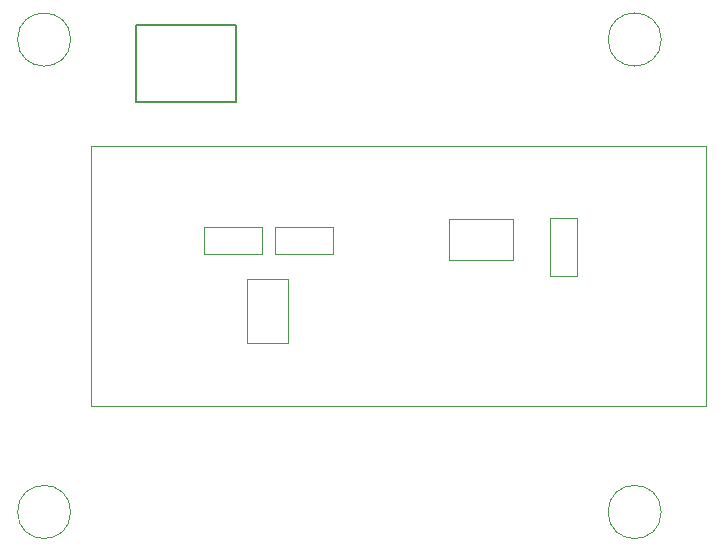
<source format=gbr>
%TF.GenerationSoftware,KiCad,Pcbnew,8.0.4*%
%TF.CreationDate,2025-01-24T17:00:10-06:00*%
%TF.ProjectId,potentiostat control,706f7465-6e74-4696-9f73-74617420636f,0.1*%
%TF.SameCoordinates,Original*%
%TF.FileFunction,Other,User*%
%FSLAX46Y46*%
G04 Gerber Fmt 4.6, Leading zero omitted, Abs format (unit mm)*
G04 Created by KiCad (PCBNEW 8.0.4) date 2025-01-24 17:00:10*
%MOMM*%
%LPD*%
G01*
G04 APERTURE LIST*
%ADD10C,0.050000*%
%ADD11C,0.120000*%
%ADD12C,0.152400*%
G04 APERTURE END LIST*
D10*
%TO.C,Q2*%
X117137500Y-100300000D02*
X120637500Y-100300000D01*
X117137500Y-105700000D02*
X117137500Y-100300000D01*
X120637500Y-100300000D02*
X120637500Y-105700000D01*
X120637500Y-105700000D02*
X117137500Y-105700000D01*
%TO.C,REF\u002A\u002A*%
X152250000Y-120000000D02*
G75*
G02*
X147750000Y-120000000I-2250000J0D01*
G01*
X147750000Y-120000000D02*
G75*
G02*
X152250000Y-120000000I2250000J0D01*
G01*
D11*
%TO.C,U1*%
X104000000Y-89000000D02*
X156000000Y-89000000D01*
X104000000Y-111000000D02*
X104000000Y-89000000D01*
X156000000Y-89000000D02*
X156000000Y-111000000D01*
X156000000Y-111000000D02*
X104000000Y-111000000D01*
D10*
%TO.C,R3*%
X113550000Y-95880000D02*
X118450000Y-95880000D01*
X113550000Y-98120000D02*
X113550000Y-95880000D01*
X118450000Y-95880000D02*
X118450000Y-98120000D01*
X118450000Y-98120000D02*
X113550000Y-98120000D01*
%TO.C,REF\u002A\u002A*%
X102250000Y-120000000D02*
G75*
G02*
X97750000Y-120000000I-2250000J0D01*
G01*
X97750000Y-120000000D02*
G75*
G02*
X102250000Y-120000000I2250000J0D01*
G01*
%TO.C,R1*%
X142850000Y-95100000D02*
X145090000Y-95100000D01*
X142850000Y-100000000D02*
X142850000Y-95100000D01*
X145090000Y-95100000D02*
X145090000Y-100000000D01*
X145090000Y-100000000D02*
X142850000Y-100000000D01*
%TO.C,R2*%
X119550000Y-95880000D02*
X124450000Y-95880000D01*
X119550000Y-98120000D02*
X119550000Y-95880000D01*
X124450000Y-95880000D02*
X124450000Y-98120000D01*
X124450000Y-98120000D02*
X119550000Y-98120000D01*
%TO.C,REF\u002A\u002A*%
X152250000Y-80000000D02*
G75*
G02*
X147750000Y-80000000I-2250000J0D01*
G01*
X147750000Y-80000000D02*
G75*
G02*
X152250000Y-80000000I2250000J0D01*
G01*
%TO.C,Q1*%
X134300000Y-95200000D02*
X139700000Y-95200000D01*
X134300000Y-98700000D02*
X134300000Y-95200000D01*
X139700000Y-95200000D02*
X139700000Y-98700000D01*
X139700000Y-98700000D02*
X134300000Y-98700000D01*
%TO.C,REF\u002A\u002A*%
X102250000Y-80000000D02*
G75*
G02*
X97750000Y-80000000I-2250000J0D01*
G01*
X97750000Y-80000000D02*
G75*
G02*
X102250000Y-80000000I2250000J0D01*
G01*
D12*
%TO.C,SW1*%
X107746700Y-78748800D02*
X116253300Y-78748800D01*
X107746700Y-85251200D02*
X107746700Y-78748800D01*
X116253300Y-78748800D02*
X116253300Y-85251200D01*
X116253300Y-85251200D02*
X107746700Y-85251200D01*
%TD*%
M02*

</source>
